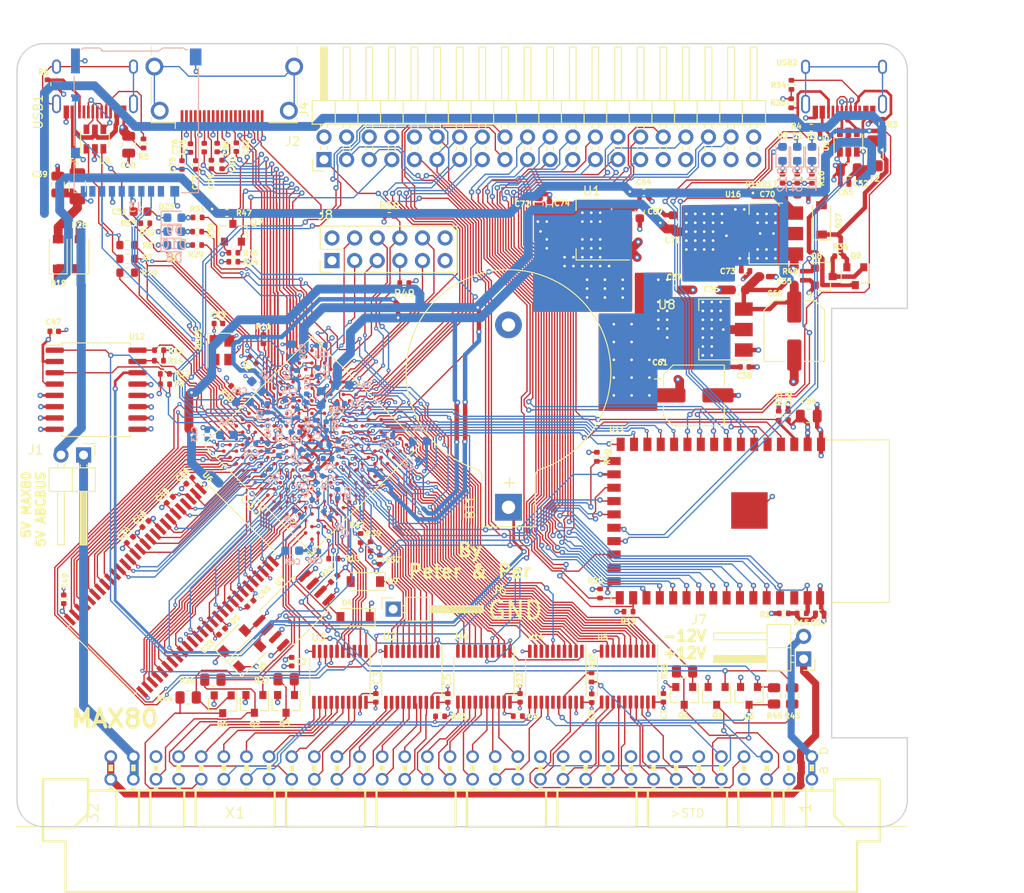
<source format=kicad_pcb>
(kicad_pcb (version 20211014) (generator pcbnew)

  (general
    (thickness 1.6)
  )

  (paper "A4")
  (title_block
    (title "MAX80")
    (date "2021-11-24")
    (rev "1.00")
    (company "No name")
  )

  (layers
    (0 "F.Cu" signal)
    (1 "In1.Cu" power)
    (2 "In2.Cu" signal)
    (31 "B.Cu" signal)
    (32 "B.Adhes" user "B.Adhesive")
    (33 "F.Adhes" user "F.Adhesive")
    (34 "B.Paste" user)
    (35 "F.Paste" user)
    (36 "B.SilkS" user "B.Silkscreen")
    (37 "F.SilkS" user "F.Silkscreen")
    (38 "B.Mask" user)
    (39 "F.Mask" user)
    (40 "Dwgs.User" user "User.Drawings")
    (41 "Cmts.User" user "User.Comments")
    (42 "Eco1.User" user "User.Eco1")
    (43 "Eco2.User" user "User.Eco2")
    (44 "Edge.Cuts" user)
    (45 "Margin" user)
    (46 "B.CrtYd" user "B.Courtyard")
    (47 "F.CrtYd" user "F.Courtyard")
    (48 "B.Fab" user)
    (49 "F.Fab" user)
  )

  (setup
    (pad_to_mask_clearance 0)
    (grid_origin 132.45 85.75)
    (pcbplotparams
      (layerselection 0x00010fc_ffffffff)
      (disableapertmacros false)
      (usegerberextensions false)
      (usegerberattributes true)
      (usegerberadvancedattributes true)
      (creategerberjobfile true)
      (svguseinch false)
      (svgprecision 6)
      (excludeedgelayer true)
      (plotframeref false)
      (viasonmask false)
      (mode 1)
      (useauxorigin false)
      (hpglpennumber 1)
      (hpglpenspeed 20)
      (hpglpendiameter 15.000000)
      (dxfpolygonmode true)
      (dxfimperialunits true)
      (dxfusepcbnewfont true)
      (psnegative false)
      (psa4output false)
      (plotreference true)
      (plotvalue true)
      (plotinvisibletext false)
      (sketchpadsonfab false)
      (subtractmaskfromsilk false)
      (outputformat 1)
      (mirror false)
      (drillshape 0)
      (scaleselection 1)
      (outputdirectory "max80_gerber100")
    )
  )

  (net 0 "")
  (net 1 "GND")
  (net 2 "+5V")
  (net 3 "Net-(R5-Pad2)")
  (net 4 "Net-(R6-Pad2)")
  (net 5 "Net-(U9-Pad4)")
  (net 6 "Net-(U9-Pad6)")
  (net 7 "unconnected-(J2-Pad13)")
  (net 8 "Net-(BT1-Pad1)")
  (net 9 "/A4")
  (net 10 "/A3")
  (net 11 "/A2")
  (net 12 "/A1")
  (net 13 "/A0")
  (net 14 "/IO0")
  (net 15 "/IO3")
  (net 16 "/IO4")
  (net 17 "/IO5")
  (net 18 "/IO6")
  (net 19 "/IO7")
  (net 20 "/A11")
  (net 21 "/IO9")
  (net 22 "/A8")
  (net 23 "/A7")
  (net 24 "/A6")
  (net 25 "/A5")
  (net 26 "/A9")
  (net 27 "/A10")
  (net 28 "/A12")
  (net 29 "/IO8")
  (net 30 "/IO10")
  (net 31 "/IO11")
  (net 32 "/IO12")
  (net 33 "/IO13")
  (net 34 "/IO14")
  (net 35 "/IO15")
  (net 36 "/abc80bus/D7")
  (net 37 "/abc80bus/D6")
  (net 38 "/abc80bus/D5")
  (net 39 "/abc80bus/D4")
  (net 40 "/abc80bus/D3")
  (net 41 "/abc80bus/D2")
  (net 42 "/abc80bus/D1")
  (net 43 "/abc80bus/D0")
  (net 44 "/abc80bus/A8")
  (net 45 "/abc80bus/A9")
  (net 46 "/abc80bus/A10")
  (net 47 "/abc80bus/A11")
  (net 48 "/abc80bus/A12")
  (net 49 "/abc80bus/A13")
  (net 50 "/abc80bus/A14")
  (net 51 "/abc80bus/A15")
  (net 52 "/abc80bus/A7")
  (net 53 "/abc80bus/A6")
  (net 54 "/abc80bus/A5")
  (net 55 "/abc80bus/A4")
  (net 56 "/abc80bus/A3")
  (net 57 "/abc80bus/A2")
  (net 58 "/abc80bus/A1")
  (net 59 "/abc80bus/A0")
  (net 60 "/IO1")
  (net 61 "/IO2")
  (net 62 "/32KHZ")
  (net 63 "/RTC_INT")
  (net 64 "/abc80bus/ABC5V")
  (net 65 "/SD_DAT3")
  (net 66 "/SD_CMD")
  (net 67 "/SD_CLK")
  (net 68 "/SD_DAT0")
  (net 69 "FPGA_TDI")
  (net 70 "FPGA_TMS")
  (net 71 "FPGA_TDO")
  (net 72 "FPGA_TCK")
  (net 73 "ABC_CLK_5")
  (net 74 "/FPGA_SCL")
  (net 75 "/FPGA_SDA")
  (net 76 "FPGA_SPI_CLK")
  (net 77 "FGPA_SPI_CS_ESP32")
  (net 78 "INT_ESP32")
  (net 79 "Net-(C53-Pad1)")
  (net 80 "ESP32_TDO")
  (net 81 "ESP32_TCK")
  (net 82 "ESP32_TMS")
  (net 83 "ESP32_IO0")
  (net 84 "ESP32_RXD")
  (net 85 "ESP32_TXD")
  (net 86 "ESP32_EN")
  (net 87 "Net-(R3-Pad2)")
  (net 88 "/ESP32/USB_D-")
  (net 89 "/ESP32/USB_D+")
  (net 90 "ESP32_TDI")
  (net 91 "Net-(U15-Pad6)")
  (net 92 "Net-(U15-Pad4)")
  (net 93 "unconnected-(J2-Pad14)")
  (net 94 "Net-(D1-Pad2)")
  (net 95 "Net-(D1-Pad1)")
  (net 96 "ESP32_SCL")
  (net 97 "ESP32_SDA")
  (net 98 "ESP32_CS2")
  (net 99 "ESP32_CS0")
  (net 100 "ESP32_MISO")
  (net 101 "ESP32_SCK")
  (net 102 "ESP32_MOSI")
  (net 103 "ESP32_CS1")
  (net 104 "/abc80bus/~{CS}")
  (net 105 "/abc80bus/~{C4}")
  (net 106 "/abc80bus/~{C3}")
  (net 107 "/abc80bus/~{C2}")
  (net 108 "/abc80bus/~{C1}")
  (net 109 "/abc80bus/~{OUT}")
  (net 110 "/abc80bus/~{RST}")
  (net 111 "/abc80bus/~{XMEMFL}")
  (net 112 "/abc80bus/~{INP}")
  (net 113 "/abc80bus/~{STATUS}")
  (net 114 "/abc80bus/~{XINPSTB}")
  (net 115 "/abc80bus/~{XOUTSTB}")
  (net 116 "AD0")
  (net 117 "AD1")
  (net 118 "AD2")
  (net 119 "AD3")
  (net 120 "AD4")
  (net 121 "AD5")
  (net 122 "AD6")
  (net 123 "AD7")
  (net 124 "/abc80bus/~{RESIN}")
  (net 125 "/FPGA_LED1")
  (net 126 "/FPGA_LED2")
  (net 127 "/FPGA_LED3")
  (net 128 "Net-(D17-Pad2)")
  (net 129 "Net-(D23-Pad2)")
  (net 130 "FPGA_GPIO3")
  (net 131 "FPGA_GPIO2")
  (net 132 "FPGA_GPIO1")
  (net 133 "FPGA_GPIO0")
  (net 134 "FPGA_GPIO5")
  (net 135 "FPGA_GPIO4")
  (net 136 "/abc80bus/READY")
  (net 137 "/abc80bus/~{NMI}")
  (net 138 "~{FPGA_READY}")
  (net 139 "FPGA_NMI")
  (net 140 "FPGA_RESIN")
  (net 141 "/DQMH")
  (net 142 "/CLK")
  (net 143 "/BA1")
  (net 144 "/BA0")
  (net 145 "/DQML")
  (net 146 "Net-(D28-Pad2)")
  (net 147 "Net-(F1-Pad2)")
  (net 148 "/WE#")
  (net 149 "/CAS#")
  (net 150 "/RAS#")
  (net 151 "/CS#")
  (net 152 "+3V3")
  (net 153 "+2V5")
  (net 154 "+1V2")
  (net 155 "Net-(R13-Pad1)")
  (net 156 "Net-(R37-Pad2)")
  (net 157 "Net-(R38-Pad2)")
  (net 158 "Net-(R41-Pad2)")
  (net 159 "DATA0")
  (net 160 "~{CS_ABC_3V3}")
  (net 161 "~{OUT_ABC_3V3}")
  (net 162 "AD8")
  (net 163 "~{C1_ABC_3V3}")
  (net 164 "AD9")
  (net 165 "~{C2_ABC_3V3}")
  (net 166 "AD10")
  (net 167 "~{C3_ABC_3V3}")
  (net 168 "~{C4_ABC_3V3}")
  (net 169 "AD11")
  (net 170 "AD12")
  (net 171 "AD13")
  (net 172 "AD14")
  (net 173 "AD15")
  (net 174 "DLCK")
  (net 175 "ASD0")
  (net 176 "nCE0")
  (net 177 "~{INP_ABC_3V3}")
  (net 178 "~{STATUS_ABC_3V3}")
  (net 179 "DD0")
  (net 180 "DD1")
  (net 181 "DD2")
  (net 182 "DD3")
  (net 183 "DD4")
  (net 184 "DD5")
  (net 185 "DD6")
  (net 186 "DD7")
  (net 187 "DD8")
  (net 188 "~{XOUTSTB_ABC_3V3}")
  (net 189 "~{RST_ABC_3V3}")
  (net 190 "~{XMEMFL_ABC_3V3}")
  (net 191 "~{XINPSTB_ABC_3V3}")
  (net 192 "ABC_CLK_3V3")
  (net 193 "FPGA_SPI_MOSI")
  (net 194 "FPGA_SPI_MISO")
  (net 195 "CLK0n")
  (net 196 "HDMI_CK-")
  (net 197 "HDMI_D0+")
  (net 198 "HDMI_D1-")
  (net 199 "HDMI_D2+")
  (net 200 "HDMI_CK+")
  (net 201 "HDMI_D0-")
  (net 202 "HDMI_D1+")
  (net 203 "HDMI_D2-")
  (net 204 "HDMI_SDA")
  (net 205 "HDMI_HPD")
  (net 206 "HDMI_SCL")
  (net 207 "FPGA_JTAGEN")
  (net 208 "FLASH_CS#")
  (net 209 "/abc80bus/~{INT}")
  (net 210 "/abc80bus/~{XMEMW800}")
  (net 211 "/abc80bus/~{XMEMW80}")
  (net 212 "INT_ABC_3V3")
  (net 213 "INT800_ABC_3V3")
  (net 214 "~{XMEMW80_ABC_3V3}")
  (net 215 "~{XMEMW800_ABC_3V3}")
  (net 216 "/abc80bus/~{XM}")
  (net 217 "XM_ABC_3V3")
  (net 218 "Net-(R25-Pad2)")
  (net 219 "AD16")
  (net 220 "/abc80bus/ABC_-12V")
  (net 221 "/abc80bus/ABC_12V")
  (net 222 "Net-(C75-Pad1)")
  (net 223 "Net-(C76-Pad1)")
  (net 224 "Net-(C77-Pad1)")
  (net 225 "Net-(C78-Pad1)")
  (net 226 "Net-(C79-Pad1)")
  (net 227 "Net-(C80-Pad1)")
  (net 228 "Net-(C81-Pad1)")
  (net 229 "Net-(C82-Pad1)")
  (net 230 "EXT_HG")
  (net 231 "EXT_HB")
  (net 232 "EXT_HE")
  (net 233 "EXT_HC")
  (net 234 "EXT_HA")
  (net 235 "EXT_HF")
  (net 236 "EXT_HH")
  (net 237 "EXT_HD")
  (net 238 "unconnected-(J2-PadSH)")
  (net 239 "unconnected-(J3-Pad1)")
  (net 240 "unconnected-(J3-Pad8)")
  (net 241 "unconnected-(J4-Pad6)")
  (net 242 "unconnected-(J4-Pad8)")
  (net 243 "unconnected-(J4-Pad40)")
  (net 244 "unconnected-(U6-Pad40)")
  (net 245 "unconnected-(U11-Pad25)")
  (net 246 "unconnected-(U11-Pad40)")
  (net 247 "unconnected-(U13-PadC3)")
  (net 248 "unconnected-(U13-PadF13)")
  (net 249 "unconnected-(U13-PadJ12)")
  (net 250 "unconnected-(U13-PadJ13)")
  (net 251 "unconnected-(U13-PadJ14)")
  (net 252 "unconnected-(U13-PadK6)")
  (net 253 "unconnected-(U13-PadK9)")
  (net 254 "unconnected-(U13-PadK12)")
  (net 255 "unconnected-(U13-PadL6)")
  (net 256 "unconnected-(U13-PadL9)")
  (net 257 "unconnected-(U13-PadL11)")
  (net 258 "unconnected-(U13-PadL14)")
  (net 259 "unconnected-(U13-PadN14)")
  (net 260 "unconnected-(U13-PadP11)")
  (net 261 "unconnected-(U13-PadP15)")
  (net 262 "unconnected-(U14-Pad5)")
  (net 263 "unconnected-(U14-Pad15)")
  (net 264 "unconnected-(USB1-Pad3)")
  (net 265 "unconnected-(USB1-Pad9)")
  (net 266 "unconnected-(USB1-Pad13)")
  (net 267 "unconnected-(USB2-Pad3)")
  (net 268 "unconnected-(USB2-Pad9)")
  (net 269 "unconnected-(USB2-Pad13)")
  (net 270 "unconnected-(X1-PadA14)")
  (net 271 "unconnected-(X1-PadA25)")
  (net 272 "unconnected-(X1-PadA29)")
  (net 273 "unconnected-(X1-PadB6)")
  (net 274 "unconnected-(X1-PadB7)")
  (net 275 "unconnected-(X1-PadB8)")
  (net 276 "Net-(J2-Pad19)")
  (net 277 "unconnected-(X1-PadB9)")
  (net 278 "unconnected-(X1-PadB10)")
  (net 279 "/~{SD_DETECT}")
  (net 280 "unconnected-(X1-PadB11)")
  (net 281 "unconnected-(X1-PadB12)")
  (net 282 "unconnected-(X1-PadB30)")
  (net 283 "Net-(R7-Pad2)")
  (net 284 "/FPGA_USB_DS_DP")
  (net 285 "Net-(R8-Pad2)")
  (net 286 "/FPGA_USB_DS_DN")
  (net 287 "/FPGA_USB_PU")
  (net 288 "Net-(D27-Pad2)")
  (net 289 "Net-(Q8-Pad3)")
  (net 290 "USB_PWR_EN")
  (net 291 "~{USB_PWR_SINK}")
  (net 292 "Net-(R35-Pad2)")
  (net 293 "+5VA")
  (net 294 "Net-(D13-Pad2)")
  (net 295 "Net-(D13-Pad1)")
  (net 296 "Net-(D12-Pad2)")
  (net 297 "Net-(D12-Pad1)")
  (net 298 "Net-(D10-Pad2)")
  (net 299 "Net-(C39-Pad1)")

  (footprint "Capacitor_SMD:C_0402_1005Metric" (layer "F.Cu") (at 110.22 102.91 90))

  (footprint "Capacitor_SMD:C_0402_1005Metric" (layer "F.Cu") (at 109.15 72.8))

  (footprint "Resistor_SMD:R_0402_1005Metric" (layer "F.Cu") (at 161.22 116.04 180))

  (footprint "Resistor_SMD:R_0402_1005Metric" (layer "F.Cu") (at 152.49 116.06))

  (footprint "max80:ESP32-S2-WROVER" (layer "F.Cu") (at 183.4961 94.1236 -90))

  (footprint "Capacitor_SMD:CP_Elec_6.3x7.7" (layer "F.Cu") (at 192.27 72.77 -90))

  (footprint "Capacitor_SMD:CP_Elec_6.3x7.7" (layer "F.Cu") (at 181 80))

  (footprint "LED_SMD:LED_0603_1608Metric" (layer "F.Cu") (at 122.64 63.13))

  (footprint "LED_SMD:LED_0603_1608Metric" (layer "F.Cu") (at 122.64 61.58))

  (footprint "LED_SMD:LED_0603_1608Metric" (layer "F.Cu") (at 122.64 60.03))

  (footprint "Resistor_SMD:R_0402_1005Metric" (layer "F.Cu") (at 125.2 63.1))

  (footprint "Resistor_SMD:R_0402_1005Metric" (layer "F.Cu") (at 125.2 61.6))

  (footprint "Resistor_SMD:R_0402_1005Metric" (layer "F.Cu") (at 125.25 60))

  (footprint "Package_TO_SOT_SMD:SOT-23" (layer "F.Cu") (at 179.91 113.77 -90))

  (footprint "Resistor_SMD:R_0402_1005Metric" (layer "F.Cu") (at 120.93 74.92))

  (footprint "Resistor_SMD:R_0402_1005Metric" (layer "F.Cu") (at 120.91 76.1 180))

  (footprint "Capacitor_SMD:C_0603_1608Metric" (layer "F.Cu") (at 118.85 59.35))

  (footprint "Package_TO_SOT_SMD:SOT-23" (layer "F.Cu") (at 131.633 114.667 -90))

  (footprint "Package_TO_SOT_SMD:SOT-23" (layer "F.Cu") (at 135.189 114.667 -90))

  (footprint "max80:Fuse_1206_3216Metric" (layer "F.Cu") (at 111.75 56.5 90))

  (footprint "max80:Fuse_1206_3216Metric" (layer "F.Cu") (at 201.335 52.805 90))

  (footprint "Oscillator:Oscillator_SMD_Abracon_ASE-4Pin_3.2x2.5mm" (layer "F.Cu") (at 127.98 74.92 -90))

  (footprint "max80:HRO-TYPE-C-31-M-12" (layer "F.Cu") (at 197.8611 40.4736 180))

  (footprint "Capacitor_SMD:C_0805_2012Metric" (layer "F.Cu") (at 193.8961 82.3236))

  (footprint "Resistor_SMD:R_0402_1005Metric" (layer "F.Cu") (at 194.1711 49.9186 180))

  (footprint "Resistor_SMD:R_0402_1005Metric" (layer "F.Cu") (at 193.1111 104.4936))

  (footprint "Capacitor_SMD:C_0805_2012Metric" (layer "F.Cu") (at 198.395 54.635 180))

  (footprint "Capacitor_SMD:C_0402_1005Metric" (layer "F.Cu") (at 191.5711 82.2636 90))

  (footprint "Resistor_SMD:R_0402_1005Metric" (layer "F.Cu") (at 202.1811 49.4736 90))

  (footprint "Resistor_SMD:R_0402_1005Metric" (layer "F.Cu") (at 119.175 51.69 90))

  (footprint "Resistor_SMD:R_0402_1005Metric" (layer "F.Cu") (at 108.3911 45.0436 90))

  (footprint "Package_TO_SOT_SMD:SOT-23-6" (layer "F.Cu") (at 198.345 51.54 90))

  (footprint "Capacitor_SMD:C_0805_2012Metric" (layer "F.Cu") (at 109.55 56.3 90))

  (footprint "Capacitor_SMD:C_0805_2012Metric" (layer "F.Cu") (at 117.5111 51.8236 90))

  (footprint "Package_TO_SOT_SMD:SOT-23-6" (layer "F.Cu") (at 113.7211 51.1936 90))

  (footprint "Capacitor_SMD:C_0402_1005Metric" (layer "F.Cu") (at 195.1311 104.4836))

  (footprint "LED_SMD:LED_0603_1608Metric" (layer "F.Cu") (at 190.95 52.85 90))

  (footprint "Resistor_SMD:R_0402_1005Metric" (layer "F.Cu") (at 192.6 55.65 -90))

  (footprint "Resistor_SMD:R_0402_1005Metric" (layer "F.Cu") (at 190.95 55.65 -90))

  (footprint "Resistor_SMD:R_0402_1005Metric" (layer "F.Cu") (at 173.65 104.3))

  (footprint "Resistor_SMD:R_0402_1005Metric" (layer "F.Cu") (at 170.46 102.26 -90))

  (footprint "Resistor_SMD:R_0402_1005Metric" (layer "F.Cu") (at 194.25 55.65 -90))

  (footprint "Resistor_SMD:R_0402_1005Metric" (layer "F.Cu") (at 190.5211 82.2736 -90))

  (footprint "Diode_SMD:D_SOD-123" (layer "F.Cu") (at 109.6 64.1 90))

  (footprint "Diode_SMD:D_SOD-123" (layer "F.Cu") (at 195.325 60.275 90))

  (footprint "Connector_PinHeader_2.54mm:PinHeader_1x02_P2.54mm_Horizontal" (layer "F.Cu") (at 112.445 86.695 -90))

  (footprint "Resistor_SMD:R_0402_1005Metric" (layer "F.Cu") (at 191.095 104.5))

  (footprint "max80:SOIC-8_5.23x5.23mm_P1.27mm" (layer "F.Cu") (at 136.07 104.16 -135))

  (footprint "Capacitor_SMD:C_0402_1005Metric" (layer "F.Cu") (at 124.33 89.58 -135))

  (footprint "Capacitor_SMD:C_0402_1005Metric" (layer "F.Cu") (at 127.99 106.54 -135))

  (footprint "Capacitor_SMD:C_0402_1005Metric" (layer "F.Cu") (at 131.18 103.39 -135))

  (footprint "Capacitor_SMD:C_0402_1005Metric" (layer "F.Cu")
    (tedit 5F68FEEE) (tstamp 00000000-0000-0000-0000-0000603ab1b9)
    (at 119.4 94.45 -135)
    (descr "Capacitor SMD 0402 (1005 Metric), square (rectangular) end terminal, IPC_7351 nominal, (Body size source: IPC-SM-782 page 76, https://www.pcb-3d.com/wordpress/wp-content/uploads/ipc-sm-782a_amendment_1_and_2.pdf), generated with kicad-footprint-generator")
    (tags "capacitor")
    (property "LCSC" "C1525")
    (property "Sheetfile" "max80.kicad_sch")
    (property "Sheetname" "")
    (path "/00000000-0000-0000-0000-000060932f0e")
    (attr smd)
    (fp_text reference "C46" (at -0.050912 0.950352 -135) (layer "F.SilkS")
      (effects (font (size 0.6 0.6) (thickness 0.15)))
      (tstamp 5e3106c4-aefe-4ef5-8aa8-6f8a9c16fe7d)
    )
    (fp_text value "100nF" (at 0 1.16 45) (
... [4325475 chars truncated]
</source>
